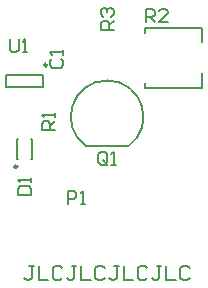
<source format=gbr>
%TF.GenerationSoftware,Altium Limited,Altium Designer,23.6.0 (18)*%
G04 Layer_Color=65535*
%FSLAX45Y45*%
%MOMM*%
%TF.SameCoordinates,57B8E715-CDE8-4F81-9698-3B096703D57B*%
%TF.FilePolarity,Positive*%
%TF.FileFunction,Legend,Top*%
%TF.Part,Single*%
G01*
G75*
%TA.AperFunction,NonConductor*%
%ADD26C,0.25000*%
%ADD27C,0.15240*%
%ADD28C,0.20000*%
%ADD29C,0.16000*%
D26*
X-761292Y1077277D02*
G03*
X-761292Y1077277I-12500J0D01*
G01*
X-507500Y1937500D02*
G03*
X-507500Y1937500I-12500J0D01*
G01*
D27*
X176283Y1248242D02*
G03*
X-176283Y1248242I-176283J251758D01*
G01*
X317430Y1747270D02*
Y1786956D01*
X802570Y2133604D02*
Y2252730D01*
X317430Y1747270D02*
X802570D01*
Y1866396D01*
X317430Y2252730D02*
X802570D01*
X317430Y2213044D02*
Y2252730D01*
X-176283Y1248500D02*
X176283D01*
D28*
X-765000Y1310000D02*
X-758500D01*
X-765000Y1140000D02*
Y1310000D01*
Y1140000D02*
X-758500D01*
X-641500Y1310000D02*
X-635000D01*
Y1140000D02*
Y1310000D01*
X-641500Y1140000D02*
X-635000D01*
X-855000Y1750000D02*
X-545000D01*
X-855000Y1850000D02*
X-545000D01*
X-855000Y1750000D02*
Y1850000D01*
X-545000Y1750000D02*
Y1850000D01*
D29*
X-619799Y235961D02*
X-659786D01*
X-639793D01*
Y135994D01*
X-659786Y116000D01*
X-679780D01*
X-699773Y135994D01*
X-579812Y235961D02*
Y116000D01*
X-499838D01*
X-379877Y215968D02*
X-399870Y235961D01*
X-439857D01*
X-459851Y215968D01*
Y135994D01*
X-439857Y116000D01*
X-399870D01*
X-379877Y135994D01*
X-259916Y235961D02*
X-299903D01*
X-279909D01*
Y135994D01*
X-299903Y116000D01*
X-319896D01*
X-339890Y135994D01*
X-219929Y235961D02*
Y116000D01*
X-139955D01*
X-19993Y215968D02*
X-39987Y235961D01*
X-79974D01*
X-99968Y215968D01*
Y135994D01*
X-79974Y116000D01*
X-39987D01*
X-19993Y135994D01*
X99968Y235961D02*
X59981D01*
X79974D01*
Y135994D01*
X59981Y116000D01*
X39987D01*
X19994Y135994D01*
X139955Y235961D02*
Y116000D01*
X219929D01*
X339890Y215968D02*
X319896Y235961D01*
X279910D01*
X259916Y215968D01*
Y135994D01*
X279910Y116000D01*
X319896D01*
X339890Y135994D01*
X459851Y235961D02*
X419864D01*
X439858D01*
Y135994D01*
X419864Y116000D01*
X399871D01*
X379877Y135994D01*
X499838Y235961D02*
Y116000D01*
X579812D01*
X699774Y215968D02*
X679780Y235961D01*
X639793D01*
X619799Y215968D01*
Y135994D01*
X639793Y116000D01*
X679780D01*
X699774Y135994D01*
X-823310Y2154982D02*
Y2063345D01*
X-804982Y2045018D01*
X-768327D01*
X-750000Y2063345D01*
Y2154982D01*
X-713345Y2045018D02*
X-676690D01*
X-695018D01*
Y2154982D01*
X-713345Y2136655D01*
X-445018Y1386690D02*
X-554982D01*
Y1441673D01*
X-536655Y1460000D01*
X-500000D01*
X-481673Y1441673D01*
Y1386690D01*
Y1423345D02*
X-445018Y1460000D01*
Y1496655D02*
Y1533310D01*
Y1514982D01*
X-554982D01*
X-536655Y1496655D01*
X-334360Y764060D02*
Y874024D01*
X-279378D01*
X-261050Y855697D01*
Y819042D01*
X-279378Y800715D01*
X-334360D01*
X-224396Y764060D02*
X-187741D01*
X-206068D01*
Y874024D01*
X-224396Y855697D01*
X-754982Y836690D02*
X-645018D01*
Y891673D01*
X-663345Y910000D01*
X-736655D01*
X-754982Y891673D01*
Y836690D01*
X-645018Y946655D02*
Y983310D01*
Y964982D01*
X-754982D01*
X-736655Y946655D01*
X328363Y2305018D02*
Y2414982D01*
X383345D01*
X401673Y2396655D01*
Y2360000D01*
X383345Y2341673D01*
X328363D01*
X365018D02*
X401673Y2305018D01*
X511637D02*
X438327D01*
X511637Y2378328D01*
Y2396655D01*
X493310Y2414982D01*
X456655D01*
X438327Y2396655D01*
X-466655Y1990000D02*
X-484982Y1971673D01*
Y1935018D01*
X-466655Y1916691D01*
X-393345D01*
X-375018Y1935018D01*
Y1971673D01*
X-393345Y1990000D01*
X-375018Y2026655D02*
Y2063310D01*
Y2044982D01*
X-484982D01*
X-466655Y2026655D01*
X54982Y2238363D02*
X-54983D01*
Y2293345D01*
X-36655Y2311673D01*
X-1D01*
X18327Y2293345D01*
Y2238363D01*
Y2275018D02*
X54982Y2311673D01*
X-36655Y2348328D02*
X-54983Y2366655D01*
Y2403310D01*
X-36655Y2421637D01*
X-18328D01*
X-1Y2403310D01*
Y2384982D01*
Y2403310D01*
X18327Y2421637D01*
X36654D01*
X54982Y2403310D01*
Y2366655D01*
X36654Y2348328D01*
X0Y1113345D02*
Y1186655D01*
X-18327Y1204982D01*
X-54982D01*
X-73309Y1186655D01*
Y1113345D01*
X-54982Y1095018D01*
X-18327D01*
X-36655Y1131673D02*
X0Y1095018D01*
X-18327D02*
X0Y1113345D01*
X36655Y1095018D02*
X73310D01*
X54982D01*
Y1204982D01*
X36655Y1186655D01*
%TF.MD5,98ccb424831f3bb271a6a7ed7afb4d30*%
M02*

</source>
